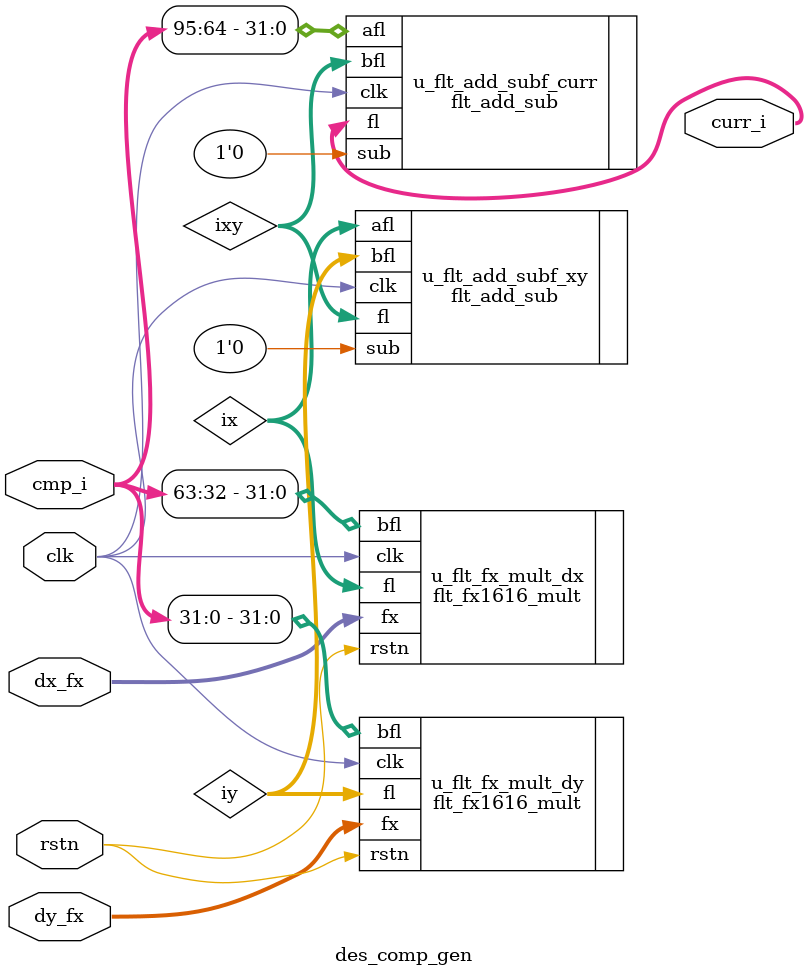
<source format=v>

`timescale 1 ps / 1 ps

module des_comp_gen
	(
	input		clk,
	input		rstn,
	input	[31:0]	dx_fx,		// 16.16
	input	[31:0]	dy_fx,		// 16.16
	input	[95:0]	cmp_i,

	output	[31:0]	curr_i
	);


wire	[31:0]	ix;
wire	[31:0]	iy;
wire	[31:0]	ixy;

flt_fx1616_mult u_flt_fx_mult_dx
	(
	.clk		(clk),
	.rstn		(rstn),
	.fx		(dx_fx),
	.bfl		(cmp_i[63:32]),
	.fl		(ix)
	);

flt_fx1616_mult u_flt_fx_mult_dy
	(
	.clk		(clk),
	.rstn		(rstn),
	.fx		(dy_fx),
	.bfl		(cmp_i[31:0]),
	.fl		(iy)
	);

flt_add_sub u_flt_add_subf_xy
	(
	.clk		(clk),
	.sub		(1'b0),
	.afl		(ix),
	.bfl		(iy),
	.fl		(ixy)
	);

flt_add_sub u_flt_add_subf_curr
	(
	.clk		(clk),
	.sub		(1'b0),
	.afl		(cmp_i[95:64]),
	.bfl		(ixy),
	.fl		(curr_i)
	);

endmodule

</source>
